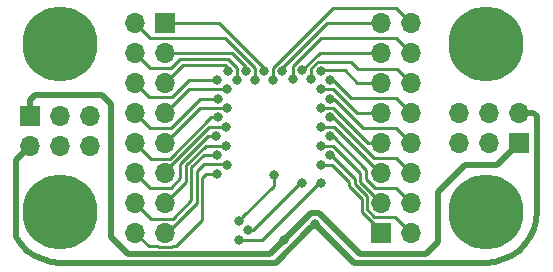
<source format=gbr>
G04 #@! TF.GenerationSoftware,KiCad,Pcbnew,(5.0.1-3-g963ef8bb5)*
G04 #@! TF.CreationDate,2019-05-10T17:58:09-07:00*
G04 #@! TF.ProjectId,NixieDriver,4E697869654472697665722E6B696361,rev?*
G04 #@! TF.SameCoordinates,Original*
G04 #@! TF.FileFunction,Copper,L2,Bot,Signal*
G04 #@! TF.FilePolarity,Positive*
%FSLAX46Y46*%
G04 Gerber Fmt 4.6, Leading zero omitted, Abs format (unit mm)*
G04 Created by KiCad (PCBNEW (5.0.1-3-g963ef8bb5)) date Friday, May 10, 2019 at 05:58:09 PM*
%MOMM*%
%LPD*%
G01*
G04 APERTURE LIST*
G04 #@! TA.AperFunction,ComponentPad*
%ADD10O,1.700000X1.700000*%
G04 #@! TD*
G04 #@! TA.AperFunction,ComponentPad*
%ADD11R,1.700000X1.700000*%
G04 #@! TD*
G04 #@! TA.AperFunction,ComponentPad*
%ADD12C,6.350000*%
G04 #@! TD*
G04 #@! TA.AperFunction,ViaPad*
%ADD13C,0.800000*%
G04 #@! TD*
G04 #@! TA.AperFunction,Conductor*
%ADD14C,0.250000*%
G04 #@! TD*
G04 #@! TA.AperFunction,Conductor*
%ADD15C,0.500000*%
G04 #@! TD*
G04 APERTURE END LIST*
D10*
G04 #@! TO.P,J3,6*
G04 #@! TO.N,/DI*
X140208000Y-92710000D03*
G04 #@! TO.P,J3,5*
G04 #@! TO.N,/CLK*
X140208000Y-95250000D03*
G04 #@! TO.P,J3,4*
G04 #@! TO.N,/~LE*
X142748000Y-92710000D03*
G04 #@! TO.P,J3,3*
G04 #@! TO.N,/~BL*
X142748000Y-95250000D03*
G04 #@! TO.P,J3,2*
G04 #@! TO.N,+12V*
X145288000Y-92710000D03*
D11*
G04 #@! TO.P,J3,1*
G04 #@! TO.N,GND*
X145288000Y-95250000D03*
G04 #@! TD*
G04 #@! TO.P,J2,1*
G04 #@! TO.N,GND*
X103886000Y-92964000D03*
D10*
G04 #@! TO.P,J2,2*
G04 #@! TO.N,+12V*
X103886000Y-95504000D03*
G04 #@! TO.P,J2,3*
G04 #@! TO.N,/~BL*
X106426000Y-92964000D03*
G04 #@! TO.P,J2,4*
G04 #@! TO.N,/~LE*
X106426000Y-95504000D03*
G04 #@! TO.P,J2,5*
G04 #@! TO.N,/CLK*
X108966000Y-92964000D03*
G04 #@! TO.P,J2,6*
G04 #@! TO.N,/DO*
X108966000Y-95504000D03*
G04 #@! TD*
D12*
G04 #@! TO.P,H4,P1*
G04 #@! TO.N,Net-(H4-PadP1)*
X106426000Y-101092000D03*
G04 #@! TD*
G04 #@! TO.P,H3,P1*
G04 #@! TO.N,Net-(H3-PadP1)*
X106426000Y-86868000D03*
G04 #@! TD*
G04 #@! TO.P,H2,P1*
G04 #@! TO.N,Net-(H2-PadP1)*
X142494000Y-86868000D03*
G04 #@! TD*
G04 #@! TO.P,H1,P1*
G04 #@! TO.N,Net-(H1-PadP1)*
X142494000Y-101092000D03*
G04 #@! TD*
D11*
G04 #@! TO.P,J4,1*
G04 #@! TO.N,Net-(J4-Pad1)*
X133604000Y-102870000D03*
D10*
G04 #@! TO.P,J4,2*
G04 #@! TO.N,Net-(J4-Pad2)*
X136144000Y-102870000D03*
G04 #@! TO.P,J4,3*
G04 #@! TO.N,Net-(J4-Pad3)*
X133604000Y-100330000D03*
G04 #@! TO.P,J4,4*
G04 #@! TO.N,Net-(J4-Pad4)*
X136144000Y-100330000D03*
G04 #@! TO.P,J4,5*
G04 #@! TO.N,Net-(J4-Pad5)*
X133604000Y-97790000D03*
G04 #@! TO.P,J4,6*
G04 #@! TO.N,Net-(J4-Pad6)*
X136144000Y-97790000D03*
G04 #@! TO.P,J4,7*
G04 #@! TO.N,Net-(J4-Pad7)*
X133604000Y-95250000D03*
G04 #@! TO.P,J4,8*
G04 #@! TO.N,Net-(J4-Pad8)*
X136144000Y-95250000D03*
G04 #@! TO.P,J4,9*
G04 #@! TO.N,Net-(J4-Pad9)*
X133604000Y-92710000D03*
G04 #@! TO.P,J4,10*
G04 #@! TO.N,Net-(J4-Pad10)*
X136144000Y-92710000D03*
G04 #@! TO.P,J4,11*
G04 #@! TO.N,Net-(J4-Pad11)*
X133604000Y-90170000D03*
G04 #@! TO.P,J4,12*
G04 #@! TO.N,Net-(J4-Pad12)*
X136144000Y-90170000D03*
G04 #@! TO.P,J4,13*
G04 #@! TO.N,Net-(J4-Pad13)*
X133604000Y-87630000D03*
G04 #@! TO.P,J4,14*
G04 #@! TO.N,Net-(J4-Pad14)*
X136144000Y-87630000D03*
G04 #@! TO.P,J4,15*
G04 #@! TO.N,Net-(J4-Pad15)*
X133604000Y-85090000D03*
G04 #@! TO.P,J4,16*
G04 #@! TO.N,Net-(J4-Pad16)*
X136144000Y-85090000D03*
G04 #@! TD*
D11*
G04 #@! TO.P,J1,1*
G04 #@! TO.N,Net-(J1-Pad1)*
X115316000Y-85090000D03*
D10*
G04 #@! TO.P,J1,2*
G04 #@! TO.N,Net-(J1-Pad2)*
X112776000Y-85090000D03*
G04 #@! TO.P,J1,3*
G04 #@! TO.N,Net-(J1-Pad3)*
X115316000Y-87630000D03*
G04 #@! TO.P,J1,4*
G04 #@! TO.N,Net-(J1-Pad4)*
X112776000Y-87630000D03*
G04 #@! TO.P,J1,5*
G04 #@! TO.N,Net-(J1-Pad5)*
X115316000Y-90170000D03*
G04 #@! TO.P,J1,6*
G04 #@! TO.N,Net-(J1-Pad6)*
X112776000Y-90170000D03*
G04 #@! TO.P,J1,7*
G04 #@! TO.N,Net-(J1-Pad7)*
X115316000Y-92710000D03*
G04 #@! TO.P,J1,8*
G04 #@! TO.N,Net-(J1-Pad8)*
X112776000Y-92710000D03*
G04 #@! TO.P,J1,9*
G04 #@! TO.N,Net-(J1-Pad9)*
X115316000Y-95250000D03*
G04 #@! TO.P,J1,10*
G04 #@! TO.N,Net-(J1-Pad10)*
X112776000Y-95250000D03*
G04 #@! TO.P,J1,11*
G04 #@! TO.N,Net-(J1-Pad11)*
X115316000Y-97790000D03*
G04 #@! TO.P,J1,12*
G04 #@! TO.N,Net-(J1-Pad12)*
X112776000Y-97790000D03*
G04 #@! TO.P,J1,13*
G04 #@! TO.N,Net-(J1-Pad13)*
X115316000Y-100330000D03*
G04 #@! TO.P,J1,14*
G04 #@! TO.N,Net-(J1-Pad14)*
X112776000Y-100330000D03*
G04 #@! TO.P,J1,15*
G04 #@! TO.N,Net-(J1-Pad15)*
X115316000Y-102870000D03*
G04 #@! TO.P,J1,16*
G04 #@! TO.N,Net-(J1-Pad16)*
X112776000Y-102870000D03*
G04 #@! TD*
D13*
G04 #@! TO.N,Net-(J4-Pad11)*
X128536865Y-89154865D03*
G04 #@! TO.N,Net-(J4-Pad12)*
X127706000Y-89864000D03*
G04 #@! TO.N,Net-(J4-Pad13)*
X126906000Y-89124000D03*
G04 #@! TO.N,Net-(J4-Pad14)*
X126106000Y-89864000D03*
G04 #@! TO.N,Net-(J4-Pad15)*
X125222000Y-89208000D03*
G04 #@! TO.N,Net-(J4-Pad16)*
X124460000Y-89970000D03*
G04 #@! TO.N,Net-(J1-Pad1)*
X123698000Y-89208000D03*
G04 #@! TO.N,Net-(J1-Pad2)*
X122936000Y-89970000D03*
G04 #@! TO.N,Net-(J1-Pad3)*
X122174000Y-89208000D03*
G04 #@! TO.N,Net-(J1-Pad4)*
X121412000Y-89970000D03*
G04 #@! TO.N,Net-(J1-Pad5)*
X120650000Y-89208000D03*
G04 #@! TO.N,Net-(J1-Pad6)*
X119726000Y-89904000D03*
G04 #@! TO.N,Net-(J1-Pad7)*
X120526000Y-90704000D03*
G04 #@! TO.N,Net-(J1-Pad8)*
X119802000Y-91504000D03*
G04 #@! TO.N,Net-(J1-Pad9)*
X120542000Y-92304000D03*
G04 #@! TO.N,Net-(J1-Pad10)*
X119780000Y-93104000D03*
G04 #@! TO.N,Net-(J1-Pad11)*
X120466000Y-93904000D03*
G04 #@! TO.N,Net-(J1-Pad12)*
X119666000Y-94704000D03*
G04 #@! TO.N,Net-(J1-Pad13)*
X120466000Y-95504000D03*
G04 #@! TO.N,Net-(J1-Pad14)*
X119726000Y-96302990D03*
G04 #@! TO.N,Net-(J1-Pad15)*
X120526000Y-97102990D03*
G04 #@! TO.N,Net-(J1-Pad16)*
X119726000Y-97904000D03*
G04 #@! TO.N,+12V*
X128016000Y-102108000D03*
G04 #@! TO.N,/CLK*
X124506000Y-97944000D03*
X121539000Y-101853994D03*
G04 #@! TO.N,GND*
X125423159Y-103442839D03*
G04 #@! TO.N,/~LE*
X126906000Y-98684000D03*
X122297879Y-102622199D03*
G04 #@! TO.N,/~BL*
X128506000Y-98684000D03*
X121589685Y-103465044D03*
G04 #@! TO.N,Net-(J4-Pad1)*
X128546000Y-97104000D03*
G04 #@! TO.N,Net-(J4-Pad2)*
X129286000Y-96304000D03*
G04 #@! TO.N,Net-(J4-Pad3)*
X128546000Y-95504000D03*
G04 #@! TO.N,Net-(J4-Pad4)*
X129286000Y-94704000D03*
G04 #@! TO.N,Net-(J4-Pad5)*
X128546000Y-93904000D03*
G04 #@! TO.N,Net-(J4-Pad6)*
X129286000Y-93104000D03*
G04 #@! TO.N,Net-(J4-Pad7)*
X128546000Y-92304000D03*
G04 #@! TO.N,Net-(J4-Pad8)*
X129286000Y-91504000D03*
G04 #@! TO.N,Net-(J4-Pad9)*
X128546000Y-90704000D03*
G04 #@! TO.N,Net-(J4-Pad10)*
X129286000Y-89904000D03*
G04 #@! TD*
D14*
G04 #@! TO.N,Net-(J4-Pad11)*
X128706000Y-89124000D02*
X128506000Y-89324000D01*
X131572000Y-90170000D02*
X130526000Y-89124000D01*
X130526000Y-89124000D02*
X128706000Y-89124000D01*
X133604000Y-90170000D02*
X131572000Y-90170000D01*
G04 #@! TO.N,Net-(J4-Pad12)*
X127706000Y-88960410D02*
X127706000Y-89498315D01*
X136144000Y-90170000D02*
X134968999Y-88994999D01*
X128274410Y-88392000D02*
X127706000Y-88960410D01*
X134968999Y-88994999D02*
X131660196Y-88994999D01*
X131660196Y-88994999D02*
X131057197Y-88392000D01*
X131057197Y-88392000D02*
X128274410Y-88392000D01*
X127706000Y-89498315D02*
X127706000Y-90064000D01*
G04 #@! TO.N,Net-(J4-Pad13)*
X128400000Y-87630000D02*
X126906000Y-89124000D01*
X133604000Y-87630000D02*
X128400000Y-87630000D01*
G04 #@! TO.N,Net-(J4-Pad14)*
X126106000Y-88778000D02*
X126106000Y-89498315D01*
X128524000Y-86360000D02*
X126106000Y-88778000D01*
X126106000Y-89498315D02*
X126106000Y-90064000D01*
X134874000Y-86360000D02*
X128524000Y-86360000D01*
X136144000Y-87630000D02*
X134874000Y-86360000D01*
G04 #@! TO.N,Net-(J4-Pad15)*
X125222000Y-89408000D02*
X125222000Y-89408000D01*
X129032000Y-85090000D02*
X133604000Y-85090000D01*
X125222000Y-88900000D02*
X129032000Y-85090000D01*
X125222000Y-89408000D02*
X125222000Y-88900000D01*
G04 #@! TO.N,Net-(J4-Pad16)*
X134874000Y-83820000D02*
X136144000Y-85090000D01*
X129540000Y-83820000D02*
X134874000Y-83820000D01*
X124460000Y-88900000D02*
X129540000Y-83820000D01*
X124460000Y-90170000D02*
X124460000Y-88900000D01*
G04 #@! TO.N,Net-(J1-Pad1)*
X123698000Y-88900000D02*
X123698000Y-89208000D01*
X119888000Y-85090000D02*
X123698000Y-88900000D01*
X115316000Y-85090000D02*
X119888000Y-85090000D01*
G04 #@! TO.N,Net-(J1-Pad2)*
X114046000Y-86360000D02*
X112776000Y-85090000D01*
X122936000Y-88900000D02*
X120396000Y-86360000D01*
X120396000Y-86360000D02*
X114046000Y-86360000D01*
X122936000Y-89970000D02*
X122936000Y-88900000D01*
G04 #@! TO.N,Net-(J1-Pad3)*
X115316000Y-87630000D02*
X120961685Y-87630000D01*
X120961685Y-87630000D02*
X122174000Y-88842315D01*
X122174000Y-88842315D02*
X122174000Y-89408000D01*
G04 #@! TO.N,Net-(J1-Pad4)*
X114046000Y-88900000D02*
X112776000Y-87630000D01*
X115785002Y-88900000D02*
X114046000Y-88900000D01*
X116547002Y-88138000D02*
X115785002Y-88900000D01*
X120650000Y-88138000D02*
X116547002Y-88138000D01*
X121412000Y-88900000D02*
X120650000Y-88138000D01*
X121412000Y-90170000D02*
X121412000Y-88900000D01*
G04 #@! TO.N,Net-(J1-Pad5)*
X120650000Y-88900000D02*
X120650000Y-89408000D01*
X120396000Y-88646000D02*
X120650000Y-88900000D01*
X116840000Y-88646000D02*
X120396000Y-88646000D01*
X115316000Y-90170000D02*
X116840000Y-88646000D01*
G04 #@! TO.N,Net-(J1-Pad6)*
X112776000Y-90170000D02*
X113625999Y-91019999D01*
X113951001Y-91345001D02*
X115918999Y-91345001D01*
X113625999Y-91019999D02*
X113951001Y-91345001D01*
X115918999Y-91345001D02*
X117348000Y-89916000D01*
X117348000Y-89916000D02*
X119888000Y-89916000D01*
G04 #@! TO.N,Net-(J1-Pad7)*
X117322000Y-90704000D02*
X120726000Y-90704000D01*
X115316000Y-92710000D02*
X117322000Y-90704000D01*
G04 #@! TO.N,Net-(J1-Pad8)*
X120002000Y-91504000D02*
X119698000Y-91504000D01*
X118261002Y-91504000D02*
X120002000Y-91504000D01*
X114046000Y-93980000D02*
X115785002Y-93980000D01*
X115785002Y-93980000D02*
X118261002Y-91504000D01*
X112776000Y-92710000D02*
X114046000Y-93980000D01*
G04 #@! TO.N,Net-(J1-Pad9)*
X116165999Y-94400001D02*
X115316000Y-95250000D01*
X118262000Y-92304000D02*
X116165999Y-94400001D01*
X120742000Y-92304000D02*
X118262000Y-92304000D01*
G04 #@! TO.N,Net-(J1-Pad10)*
X113625999Y-96099999D02*
X112776000Y-95250000D01*
X119980000Y-93104000D02*
X119237178Y-93104000D01*
X114140999Y-96614999D02*
X113625999Y-96099999D01*
X115726179Y-96614999D02*
X114140999Y-96614999D01*
X119237178Y-93104000D02*
X115726179Y-96614999D01*
G04 #@! TO.N,Net-(J1-Pad11)*
X115316000Y-97661589D02*
X115316000Y-97790000D01*
X119073589Y-93904000D02*
X115316000Y-97661589D01*
X120666000Y-93904000D02*
X119073589Y-93904000D01*
G04 #@! TO.N,Net-(J1-Pad12)*
X115785002Y-99060000D02*
X114046000Y-99060000D01*
X116586000Y-97028000D02*
X116586000Y-98259002D01*
X119866000Y-94704000D02*
X118910000Y-94704000D01*
X116586000Y-98259002D02*
X115785002Y-99060000D01*
X114046000Y-99060000D02*
X112776000Y-97790000D01*
X118910000Y-94704000D02*
X116586000Y-97028000D01*
G04 #@! TO.N,Net-(J1-Pad13)*
X115316000Y-100330000D02*
X117094000Y-98552000D01*
X117094000Y-98552000D02*
X117094000Y-97156410D01*
X118746410Y-95504000D02*
X120666000Y-95504000D01*
X117094000Y-97156410D02*
X118746410Y-95504000D01*
G04 #@! TO.N,Net-(J1-Pad14)*
X119926000Y-96304000D02*
X118582820Y-96304000D01*
X117544010Y-97342810D02*
X117544010Y-100133990D01*
X118582820Y-96304000D02*
X117544010Y-97342810D01*
X113625999Y-101179999D02*
X112776000Y-100330000D01*
X114140999Y-101694999D02*
X113625999Y-101179999D01*
X115983001Y-101694999D02*
X114140999Y-101694999D01*
X117544010Y-100133990D02*
X115983001Y-101694999D01*
G04 #@! TO.N,Net-(J1-Pad15)*
X120374000Y-97028000D02*
X120574000Y-97028000D01*
X118618000Y-97028000D02*
X120374000Y-97028000D01*
X117994020Y-97651980D02*
X118618000Y-97028000D01*
X117994020Y-100320390D02*
X117994020Y-97651980D01*
X115444410Y-102870000D02*
X117994020Y-100320390D01*
X115316000Y-102870000D02*
X115444410Y-102870000D01*
G04 #@! TO.N,Net-(J1-Pad16)*
X114751999Y-104045001D02*
X114719998Y-104013000D01*
X116205000Y-104013000D02*
X115912002Y-104013000D01*
X114719998Y-104013000D02*
X113919000Y-104013000D01*
X115880001Y-104045001D02*
X114751999Y-104045001D01*
X118444030Y-101773970D02*
X116205000Y-104013000D01*
X115912002Y-104013000D02*
X115880001Y-104045001D01*
X118444030Y-98217970D02*
X118444030Y-101773970D01*
X118758000Y-97904000D02*
X118444030Y-98217970D01*
X113919000Y-104013000D02*
X112776000Y-102870000D01*
X119926000Y-97904000D02*
X118758000Y-97904000D01*
D15*
G04 #@! TO.N,+12V*
X143240512Y-105325674D02*
X142471078Y-105392990D01*
X143964339Y-105131725D02*
X143240512Y-105325674D01*
X144643489Y-104815032D02*
X143964339Y-105131725D01*
X131300990Y-105392990D02*
X128016000Y-102108000D01*
X142471078Y-105392990D02*
X131300990Y-105392990D01*
X145257334Y-104385213D02*
X144643489Y-104815032D01*
X146217031Y-103241490D02*
X145787212Y-103855335D01*
X146533724Y-102562340D02*
X146217031Y-103241490D01*
X146794990Y-93014909D02*
X146794990Y-101069078D01*
X146727673Y-101838513D02*
X146533724Y-102562340D01*
X145288000Y-92710000D02*
X146490081Y-92710000D01*
X146794990Y-101069078D02*
X146727673Y-101838513D01*
X146490081Y-92710000D02*
X146794990Y-93014909D01*
X145787212Y-103855335D02*
X145257334Y-104385213D01*
X124731010Y-105392990D02*
X127616001Y-102507999D01*
X106448923Y-105392990D02*
X124731010Y-105392990D01*
X105679486Y-105325673D02*
X106448923Y-105392990D01*
X104276508Y-104815030D02*
X104955662Y-105131725D01*
X104955662Y-105131725D02*
X105679486Y-105325673D01*
X103132786Y-103855334D02*
X103662664Y-104385212D01*
X103662664Y-104385212D02*
X104276508Y-104815030D01*
X102702967Y-103241489D02*
X103132786Y-103855334D01*
X127616001Y-102507999D02*
X128016000Y-102108000D01*
X102702967Y-96687033D02*
X102702967Y-103241489D01*
X103886000Y-95504000D02*
X102702967Y-96687033D01*
D14*
G04 #@! TO.N,/CLK*
X124506000Y-98886994D02*
X121938999Y-101453995D01*
X121938999Y-101453995D02*
X121539000Y-101853994D01*
X124506000Y-97744000D02*
X124506000Y-98886994D01*
D15*
G04 #@! TO.N,GND*
X112185979Y-104692979D02*
X124173019Y-104692979D01*
X124173019Y-104692979D02*
X125023160Y-103842838D01*
X109982000Y-91186000D02*
X110744000Y-91948000D01*
X103886000Y-92964000D02*
X103886000Y-91614000D01*
X104314000Y-91186000D02*
X109982000Y-91186000D01*
X103886000Y-91614000D02*
X104314000Y-91186000D01*
X110744000Y-103251000D02*
X112185979Y-104692979D01*
X125023160Y-103842838D02*
X125423159Y-103442839D01*
X110744000Y-91948000D02*
X110744000Y-103251000D01*
X140716000Y-97155000D02*
X143383000Y-97155000D01*
X138430000Y-99441000D02*
X140716000Y-97155000D01*
X138430000Y-103632000D02*
X138430000Y-99441000D01*
X143383000Y-97155000D02*
X145288000Y-95250000D01*
X137414000Y-104648000D02*
X138430000Y-103632000D01*
X131814002Y-104648000D02*
X137414000Y-104648000D01*
X127646998Y-101219000D02*
X128385002Y-101219000D01*
X128385002Y-101219000D02*
X131814002Y-104648000D01*
X125423159Y-103442839D02*
X127646998Y-101219000D01*
D14*
G04 #@! TO.N,/~LE*
X126906000Y-98484000D02*
X122767801Y-102622199D01*
X122767801Y-102622199D02*
X122297879Y-102622199D01*
G04 #@! TO.N,/~BL*
X128506000Y-98484000D02*
X123524956Y-103465044D01*
X122155370Y-103465044D02*
X121589685Y-103465044D01*
X123524956Y-103465044D02*
X122155370Y-103465044D01*
G04 #@! TO.N,Net-(J4-Pad1)*
X131978988Y-99977808D02*
X130925979Y-98924800D01*
X133604000Y-102870000D02*
X133604000Y-102705413D01*
X133604000Y-102705413D02*
X131978988Y-101080401D01*
X131978988Y-101080401D02*
X131978988Y-99977808D01*
X128346000Y-97104000D02*
X129464000Y-97104000D01*
X129464000Y-97104000D02*
X130925979Y-98565979D01*
X130925979Y-98565979D02*
X130925979Y-98806000D01*
X130925979Y-98924800D02*
X130925979Y-98806000D01*
G04 #@! TO.N,Net-(J4-Pad2)*
X131375990Y-98355990D02*
X131375990Y-98738400D01*
X134779001Y-101505001D02*
X136144000Y-102870000D01*
X129324000Y-96304000D02*
X131375990Y-98355990D01*
X133039999Y-101505001D02*
X134779001Y-101505001D01*
X132428999Y-100894001D02*
X133039999Y-101505001D01*
X132428999Y-99791409D02*
X132428999Y-100894001D01*
X131375990Y-98738400D02*
X132428999Y-99791409D01*
X129086000Y-96304000D02*
X129324000Y-96304000D01*
G04 #@! TO.N,Net-(J4-Pad3)*
X129540000Y-95504000D02*
X129343685Y-95504000D01*
X131826000Y-98552000D02*
X131826000Y-97790000D01*
X133604000Y-100330000D02*
X131826000Y-98552000D01*
X129343685Y-95504000D02*
X128778000Y-95504000D01*
X131826000Y-97790000D02*
X129540000Y-95504000D01*
G04 #@! TO.N,Net-(J4-Pad4)*
X134874000Y-99060000D02*
X136144000Y-100330000D01*
X132334000Y-98298000D02*
X133096000Y-99060000D01*
X129502000Y-94704000D02*
X132334000Y-97536000D01*
X133096000Y-99060000D02*
X134874000Y-99060000D01*
X132334000Y-97536000D02*
X132334000Y-98298000D01*
X129286000Y-94704000D02*
X129502000Y-94704000D01*
G04 #@! TO.N,Net-(J4-Pad5)*
X133477000Y-97790000D02*
X133604000Y-97790000D01*
X129591000Y-93904000D02*
X133477000Y-97790000D01*
X128346000Y-93904000D02*
X129591000Y-93904000D01*
G04 #@! TO.N,Net-(J4-Pad6)*
X132969000Y-96520000D02*
X134874000Y-96520000D01*
X129553000Y-93104000D02*
X132969000Y-96520000D01*
X134874000Y-96520000D02*
X136144000Y-97790000D01*
X129286000Y-93104000D02*
X129553000Y-93104000D01*
G04 #@! TO.N,Net-(J4-Pad7)*
X132461000Y-95250000D02*
X133604000Y-95250000D01*
X129515000Y-92304000D02*
X132461000Y-95250000D01*
X128346000Y-92304000D02*
X129515000Y-92304000D01*
G04 #@! TO.N,Net-(J4-Pad8)*
X132080000Y-93980000D02*
X129604000Y-91504000D01*
X134874000Y-93980000D02*
X132080000Y-93980000D01*
X136144000Y-95250000D02*
X134874000Y-93980000D01*
X129086000Y-91504000D02*
X129604000Y-91504000D01*
G04 #@! TO.N,Net-(J4-Pad9)*
X129566000Y-90704000D02*
X129794000Y-90932000D01*
X133604000Y-92710000D02*
X131572000Y-92710000D01*
X131572000Y-92710000D02*
X129794000Y-90932000D01*
X128346000Y-90704000D02*
X129566000Y-90704000D01*
G04 #@! TO.N,Net-(J4-Pad10)*
X131064000Y-91440000D02*
X129540000Y-89916000D01*
X129540000Y-89916000D02*
X129098000Y-89916000D01*
X136144000Y-92710000D02*
X134874000Y-91440000D01*
X129098000Y-89916000D02*
X129086000Y-89904000D01*
X134874000Y-91440000D02*
X131064000Y-91440000D01*
G04 #@! TD*
M02*

</source>
